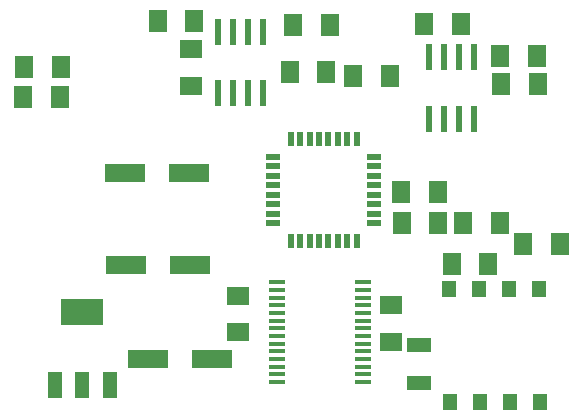
<source format=gtp>
G04 MADE WITH FRITZING*
G04 WWW.FRITZING.ORG*
G04 DOUBLE SIDED*
G04 HOLES PLATED*
G04 CONTOUR ON CENTER OF CONTOUR VECTOR*
%ASAXBY*%
%FSLAX23Y23*%
%MOIN*%
%OFA0B0*%
%SFA1.0B1.0*%
%ADD10R,0.078736X0.049208*%
%ADD11R,0.078736X0.049222*%
%ADD12R,0.074803X0.062992*%
%ADD13R,0.062992X0.074803*%
%ADD14R,0.050000X0.022000*%
%ADD15R,0.022000X0.050000*%
%ADD16R,0.024000X0.087000*%
%ADD17R,0.055000X0.013701*%
%ADD18R,0.137795X0.062992*%
%ADD19R,0.051181X0.055118*%
%ADD20R,0.048000X0.088000*%
%ADD21R,0.141732X0.086614*%
%ADD22R,0.001000X0.001000*%
%LNPASTEMASK1*%
G90*
G70*
G54D10*
X1401Y99D03*
G54D11*
X1401Y227D03*
G54D12*
X1306Y360D03*
X1306Y238D03*
G54D13*
X1510Y496D03*
X1632Y496D03*
G54D14*
X914Y854D03*
X914Y823D03*
X914Y791D03*
X914Y760D03*
X914Y728D03*
X914Y697D03*
X914Y665D03*
X914Y634D03*
G54D15*
X973Y575D03*
X1004Y575D03*
X1036Y575D03*
X1067Y575D03*
X1099Y575D03*
X1130Y575D03*
X1162Y575D03*
X1193Y575D03*
G54D14*
X1252Y634D03*
X1252Y665D03*
X1252Y697D03*
X1252Y728D03*
X1252Y760D03*
X1252Y791D03*
X1252Y823D03*
X1252Y854D03*
G54D15*
X1193Y913D03*
X1162Y913D03*
X1130Y913D03*
X1099Y913D03*
X1067Y913D03*
X1036Y913D03*
X1004Y913D03*
X973Y913D03*
G54D16*
X732Y1066D03*
X782Y1066D03*
X832Y1066D03*
X882Y1066D03*
X882Y1272D03*
X832Y1272D03*
X782Y1272D03*
X732Y1272D03*
X1433Y981D03*
X1483Y981D03*
X1533Y981D03*
X1583Y981D03*
X1583Y1187D03*
X1533Y1187D03*
X1483Y1187D03*
X1433Y1187D03*
G54D17*
X928Y104D03*
X928Y129D03*
X928Y155D03*
X928Y180D03*
X928Y206D03*
X928Y231D03*
X928Y257D03*
X928Y308D03*
X928Y283D03*
X928Y334D03*
X928Y359D03*
X928Y385D03*
X928Y411D03*
X928Y436D03*
X1215Y104D03*
X1215Y129D03*
X1215Y155D03*
X1215Y180D03*
X1215Y206D03*
X1215Y231D03*
X1215Y257D03*
X1215Y283D03*
X1215Y308D03*
X1215Y334D03*
X1215Y359D03*
X1215Y385D03*
X1215Y411D03*
X1215Y436D03*
G54D13*
X204Y1055D03*
X82Y1055D03*
X206Y1154D03*
X84Y1154D03*
X1418Y1297D03*
X1540Y1297D03*
X1549Y634D03*
X1671Y634D03*
X1343Y634D03*
X1465Y634D03*
X1674Y1096D03*
X1796Y1096D03*
X1672Y1191D03*
X1794Y1191D03*
X1342Y737D03*
X1464Y737D03*
X1103Y1295D03*
X981Y1295D03*
X530Y1308D03*
X652Y1308D03*
X1871Y564D03*
X1749Y564D03*
G54D12*
X641Y1214D03*
X641Y1092D03*
G54D18*
X425Y495D03*
X638Y495D03*
X498Y179D03*
X711Y179D03*
G54D13*
X970Y1136D03*
X1092Y1136D03*
G54D19*
X1502Y414D03*
X1602Y414D03*
X1702Y414D03*
X1802Y414D03*
X1505Y38D03*
X1605Y38D03*
X1705Y38D03*
X1805Y38D03*
G54D18*
X422Y800D03*
X634Y800D03*
G54D13*
X1182Y1123D03*
X1304Y1123D03*
G54D12*
X797Y270D03*
X797Y392D03*
G54D20*
X188Y94D03*
X279Y94D03*
X370Y94D03*
G54D21*
X279Y338D03*
G54D22*
D02*
G04 End of PasteMask1*
M02*
</source>
